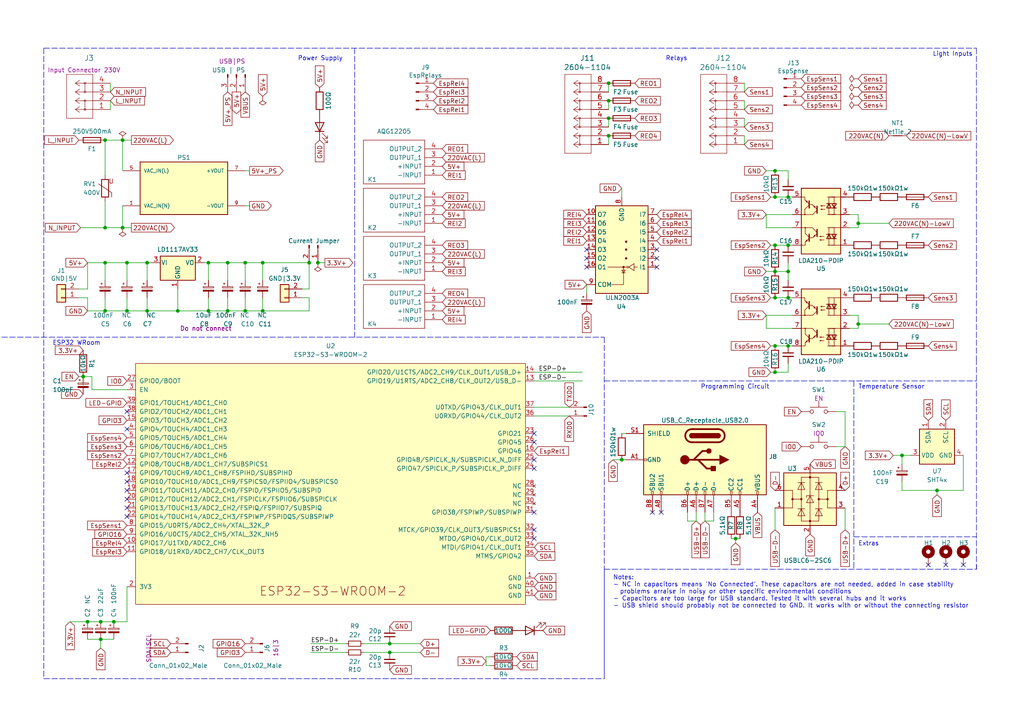
<source format=kicad_sch>
(kicad_sch (version 20211123) (generator eeschema)
  (paper "A4")
  (title_block (title "Home Assistant module for lights control") (date "2022-10-04") (rev "20221004.21"))
  (junction (at 224.79 78.74))
  (junction (at 228.6 57.15))
  (junction (at 24.13 109.22))
  (junction (at 224.79 49.53))
  (junction (at 228.6 78.74))
  (junction (at 29.21 185.42))
  (junction (at 180.34 133.35))
  (junction (at 113.03 186.69))
  (junction (at 224.79 71.12))
  (junction (at 30.48 76.2))
  (junction (at 248.92 93.98))
  (junction (at 248.92 64.77))
  (junction (at 60.452 90.17))
  (junction (at 36.83 90.17))
  (junction (at 113.03 189.23))
  (junction (at 33.02 180.34))
  (junction (at 176.53 29.21))
  (junction (at 51.562 90.17))
  (junction (at 30.48 66.04))
  (junction (at 271.78 142.24))
  (junction (at 92.202 76.2))
  (junction (at 60.452 76.2))
  (junction (at 36.83 76.2))
  (junction (at 71.12 76.2))
  (junction (at 25.4 180.34))
  (junction (at 66.04 90.17))
  (junction (at 224.79 100.33))
  (junction (at 176.53 34.29))
  (junction (at 176.53 24.13))
  (junction (at 71.12 90.17))
  (junction (at 35.56 66.04))
  (junction (at 176.53 39.37))
  (junction (at 224.79 57.15))
  (junction (at 224.79 86.36))
  (junction (at 213.36 156.21))
  (junction (at 35.56 40.64))
  (junction (at 224.79 107.95))
  (junction (at 30.48 90.17))
  (junction (at 29.21 180.34))
  (junction (at 76.2 76.2))
  (junction (at 261.62 132.08))
  (junction (at 228.6 71.12))
  (junction (at 42.672 76.2))
  (junction (at 89.662 76.2))
  (junction (at 42.672 90.17))
  (junction (at 66.04 76.2))
  (junction (at 30.48 40.64))
  (junction (at 228.6 100.33))
  (junction (at 228.6 86.36))
  (junction (at 76.2 90.17))
  (no_connect (at 170.18 74.93))
  (no_connect (at 279.4 163.83))
  (no_connect (at 170.18 72.39))
  (no_connect (at 189.23 148.59))
  (no_connect (at 191.77 148.59))
  (no_connect (at 274.32 163.83))
  (no_connect (at 36.83 137.16))
  (no_connect (at 170.18 77.47))
  (no_connect (at 154.94 156.21))
  (no_connect (at 154.94 135.89))
  (no_connect (at 154.94 153.67))
  (no_connect (at 154.94 148.59))
  (no_connect (at 154.94 128.27))
  (no_connect (at 154.94 125.73))
  (no_connect (at 154.94 133.35))
  (no_connect (at 36.83 119.38))
  (no_connect (at 36.83 142.24))
  (no_connect (at 36.83 139.7))
  (no_connect (at 36.83 144.78))
  (no_connect (at 36.83 147.32))
  (no_connect (at 36.83 149.86))
  (no_connect (at 36.83 124.46))
  (no_connect (at 190.5 77.47))
  (no_connect (at 190.5 72.39))
  (no_connect (at 269.24 163.83))
  (no_connect (at 190.5 74.93))
  (wire (pts (xy 245.11 119.38) (xy 245.11 129.54)))
  (wire (pts (xy 29.21 185.42) (xy 25.4 185.42)))
  (wire (pts (xy 261.62 132.08) (xy 264.16 132.08)))
  (wire (pts (xy 259.08 132.08) (xy 261.62 132.08)))
  (wire (pts (xy 279.4 132.08) (xy 279.4 142.24)))
  (wire (pts (xy 224.79 71.12) (xy 228.6 71.12)))
  (wire (pts (xy 66.04 86.36) (xy 66.04 90.17)))
  (wire (pts (xy 199.39 148.59) (xy 199.39 151.13)))
  (wire (pts (xy 25.4 83.82) (xy 22.86 83.82)))
  (wire (pts (xy 25.4 76.2) (xy 25.4 83.82)))
  (wire (pts (xy 215.9 39.37) (xy 215.9 41.91)))
  (wire (pts (xy 248.92 93.98) (xy 248.92 95.25)))
  (wire (pts (xy 30.48 40.64) (xy 35.56 40.64)))
  (wire (pts (xy 242.57 129.54) (xy 245.11 129.54)))
  (wire (pts (xy 66.04 76.2) (xy 71.12 76.2)))
  (wire (pts (xy 32.004 31.75) (xy 32.004 29.21)))
  (wire (pts (xy 228.6 86.36) (xy 229.87 86.36)))
  (wire (pts (xy 204.47 151.13) (xy 207.01 151.13)))
  (wire (pts (xy 24.13 109.22) (xy 24.13 111.76)))
  (wire (pts (xy 154.94 110.49) (xy 168.91 110.49)))
  (wire (pts (xy 105.41 186.69) (xy 113.03 186.69)))
  (polyline (pts (xy 283.21 13.97) (xy 283.21 104.14)))
  (wire (pts (xy 207.01 151.13) (xy 207.01 148.59)))
  (wire (pts (xy 30.48 50.8) (xy 30.48 40.64)))
  (wire (pts (xy 224.79 49.53) (xy 228.6 49.53)))
  (wire (pts (xy 60.452 76.2) (xy 66.04 76.2)))
  (wire (pts (xy 36.83 90.17) (xy 42.672 90.17)))
  (wire (pts (xy 213.36 156.21) (xy 214.63 156.21)))
  (wire (pts (xy 248.92 64.77) (xy 257.81 64.77)))
  (wire (pts (xy 25.4 90.17) (xy 30.48 90.17)))
  (wire (pts (xy 33.02 180.34) (xy 36.83 180.34)))
  (polyline (pts (xy 247.65 110.49) (xy 247.65 165.1)))
  (wire (pts (xy 36.83 76.2) (xy 36.83 81.28)))
  (wire (pts (xy 223.52 57.15) (xy 224.79 57.15)))
  (polyline (pts (xy 175.26 97.79) (xy 175.26 196.85)))
  (wire (pts (xy 261.62 142.24) (xy 271.78 142.24)))
  (polyline (pts (xy 283.21 165.1) (xy 283.21 163.83)))
  (wire (pts (xy 177.8 133.35) (xy 180.34 133.35)))
  (wire (pts (xy 113.03 186.69) (xy 121.92 186.69)))
  (wire (pts (xy 36.83 113.03) (xy 26.67 113.03)))
  (wire (pts (xy 30.48 58.42) (xy 30.48 66.04)))
  (wire (pts (xy 224.79 78.74) (xy 228.6 78.74)))
  (wire (pts (xy 228.6 107.95) (xy 224.79 107.95)))
  (wire (pts (xy 228.6 76.2) (xy 228.6 78.74)))
  (wire (pts (xy 180.34 125.73) (xy 181.61 125.73)))
  (wire (pts (xy 248.92 62.23) (xy 248.92 64.77)))
  (wire (pts (xy 223.52 107.95) (xy 224.79 107.95)))
  (polyline (pts (xy 175.26 110.49) (xy 283.21 110.49)))
  (polyline (pts (xy 247.65 155.702) (xy 283.21 155.702)))
  (wire (pts (xy 213.36 156.21) (xy 213.36 157.48)))
  (wire (pts (xy 22.86 109.22) (xy 24.13 109.22)))
  (wire (pts (xy 71.12 76.2) (xy 71.12 81.28)))
  (wire (pts (xy 25.4 86.36) (xy 25.4 90.17)))
  (wire (pts (xy 271.78 142.24) (xy 271.78 143.51)))
  (wire (pts (xy 30.48 90.17) (xy 36.83 90.17)))
  (wire (pts (xy 279.4 142.24) (xy 271.78 142.24)))
  (wire (pts (xy 222.25 62.23) (xy 229.87 62.23)))
  (wire (pts (xy 261.62 139.7) (xy 261.62 142.24)))
  (wire (pts (xy 76.2 76.2) (xy 76.2 81.28)))
  (wire (pts (xy 76.2 90.17) (xy 89.662 90.17)))
  (polyline (pts (xy 201.93 13.97) (xy 200.66 13.97)))
  (wire (pts (xy 26.67 113.03) (xy 26.67 109.22)))
  (wire (pts (xy 224.79 147.32) (xy 224.79 153.67)))
  (wire (pts (xy 35.56 40.64) (xy 35.56 49.53)))
  (wire (pts (xy 245.11 153.67) (xy 245.11 147.32)))
  (wire (pts (xy 212.09 156.21) (xy 213.36 156.21)))
  (wire (pts (xy 29.21 180.34) (xy 33.02 180.34)))
  (wire (pts (xy 228.6 49.53) (xy 228.6 52.07)))
  (wire (pts (xy 20.32 180.34) (xy 25.4 180.34)))
  (wire (pts (xy 248.92 66.04) (xy 246.38 66.04)))
  (wire (pts (xy 215.9 24.13) (xy 215.9 26.67)))
  (wire (pts (xy 42.672 76.2) (xy 43.942 76.2)))
  (wire (pts (xy 89.662 86.36) (xy 89.662 90.17)))
  (wire (pts (xy 76.2 86.36) (xy 76.2 90.17)))
  (wire (pts (xy 25.4 180.34) (xy 29.21 180.34)))
  (wire (pts (xy 224.79 57.15) (xy 228.6 57.15)))
  (wire (pts (xy 36.83 76.2) (xy 42.672 76.2)))
  (wire (pts (xy 222.25 49.53) (xy 224.79 49.53)))
  (wire (pts (xy 176.53 34.29) (xy 176.53 36.83)))
  (wire (pts (xy 176.53 24.13) (xy 176.53 26.67)))
  (wire (pts (xy 248.92 91.44) (xy 248.92 93.98)))
  (wire (pts (xy 42.672 86.36) (xy 42.672 90.17)))
  (wire (pts (xy 228.6 105.41) (xy 228.6 107.95)))
  (wire (pts (xy 51.562 90.17) (xy 60.452 90.17)))
  (wire (pts (xy 223.52 71.12) (xy 224.79 71.12)))
  (wire (pts (xy 30.48 76.2) (xy 36.83 76.2)))
  (wire (pts (xy 29.21 185.42) (xy 29.21 187.96)))
  (wire (pts (xy 222.25 91.44) (xy 222.25 95.25)))
  (wire (pts (xy 30.48 76.2) (xy 30.48 81.28)))
  (wire (pts (xy 154.94 118.11) (xy 165.1 118.11)))
  (wire (pts (xy 71.12 49.53) (xy 72.39 49.53)))
  (wire (pts (xy 60.452 86.36) (xy 60.452 90.17)))
  (wire (pts (xy 89.662 83.82) (xy 89.662 76.2)))
  (polyline (pts (xy 12.7 196.85) (xy 175.26 196.85)))
  (wire (pts (xy 154.94 107.95) (xy 168.91 107.95)))
  (wire (pts (xy 248.92 95.25) (xy 246.38 95.25)))
  (wire (pts (xy 228.6 78.74) (xy 228.6 81.28)))
  (wire (pts (xy 248.92 64.77) (xy 248.92 66.04)))
  (polyline (pts (xy -17.78 97.79) (xy 175.26 97.79)))
  (wire (pts (xy 32.004 24.13) (xy 32.004 26.67)))
  (wire (pts (xy 222.25 66.04) (xy 229.87 66.04)))
  (wire (pts (xy 222.25 78.74) (xy 224.79 78.74)))
  (wire (pts (xy 42.672 76.2) (xy 42.672 81.28)))
  (wire (pts (xy 71.12 90.17) (xy 76.2 90.17)))
  (wire (pts (xy 90.17 189.23) (xy 100.33 189.23)))
  (wire (pts (xy 257.81 93.98) (xy 248.92 93.98)))
  (wire (pts (xy 25.4 76.2) (xy 30.48 76.2)))
  (wire (pts (xy 170.18 82.55) (xy 170.18 85.09)))
  (wire (pts (xy 201.93 148.59) (xy 201.93 151.13)))
  (wire (pts (xy 215.9 29.21) (xy 215.9 31.75)))
  (wire (pts (xy 36.83 86.36) (xy 36.83 90.17)))
  (wire (pts (xy 42.672 90.17) (xy 51.562 90.17)))
  (wire (pts (xy 261.62 132.08) (xy 261.62 134.62)))
  (wire (pts (xy 66.04 90.17) (xy 71.12 90.17)))
  (wire (pts (xy 105.41 189.23) (xy 113.03 189.23)))
  (wire (pts (xy 87.63 86.36) (xy 89.662 86.36)))
  (polyline (pts (xy 12.7 13.97) (xy 12.7 196.85)))
  (polyline (pts (xy 102.87 13.97) (xy 102.87 97.79)))
  (wire (pts (xy 222.25 91.44) (xy 229.87 91.44)))
  (wire (pts (xy 242.57 119.38) (xy 245.11 119.38)))
  (wire (pts (xy 228.6 100.33) (xy 229.87 100.33)))
  (wire (pts (xy 92.202 76.2) (xy 94.234 76.2)))
  (polyline (pts (xy 175.26 196.85) (xy 175.26 165.1)))
  (wire (pts (xy 35.56 40.64) (xy 38.1 40.64)))
  (wire (pts (xy 76.2 76.2) (xy 89.662 76.2)))
  (wire (pts (xy 140.97 190.5) (xy 140.97 193.04)))
  (wire (pts (xy 223.52 86.36) (xy 224.79 86.36)))
  (wire (pts (xy 60.452 90.17) (xy 66.04 90.17)))
  (wire (pts (xy 142.24 190.5) (xy 140.97 190.5)))
  (wire (pts (xy 26.67 109.22) (xy 24.13 109.22)))
  (wire (pts (xy 71.12 86.36) (xy 71.12 90.17)))
  (wire (pts (xy 228.6 57.15) (xy 229.87 57.15)))
  (wire (pts (xy 60.452 76.2) (xy 60.452 81.28)))
  (polyline (pts (xy 283.21 104.14) (xy 283.21 165.1)))
  (wire (pts (xy 23.368 66.04) (xy 30.48 66.04)))
  (wire (pts (xy 35.56 66.04) (xy 38.1 66.04)))
  (wire (pts (xy 90.17 186.69) (xy 100.33 186.69)))
  (wire (pts (xy 24.13 107.95) (xy 24.13 109.22)))
  (wire (pts (xy 51.562 83.82) (xy 51.562 90.17)))
  (wire (pts (xy 176.53 39.37) (xy 176.53 41.91)))
  (wire (pts (xy 180.34 54.61) (xy 180.34 57.15)))
  (wire (pts (xy 71.12 59.69) (xy 72.39 59.69)))
  (wire (pts (xy 204.47 148.59) (xy 204.47 151.13)))
  (wire (pts (xy 224.79 86.36) (xy 228.6 86.36)))
  (wire (pts (xy 35.56 66.04) (xy 35.56 59.69)))
  (wire (pts (xy 222.25 95.25) (xy 229.87 95.25)))
  (wire (pts (xy 33.02 185.42) (xy 29.21 185.42)))
  (wire (pts (xy 246.38 62.23) (xy 248.92 62.23)))
  (wire (pts (xy 66.04 76.2) (xy 66.04 81.28)))
  (wire (pts (xy 140.97 193.04) (xy 142.24 193.04)))
  (wire (pts (xy 87.63 83.82) (xy 89.662 83.82)))
  (wire (pts (xy 222.25 62.23) (xy 222.25 66.04)))
  (wire (pts (xy 224.79 100.33) (xy 228.6 100.33)))
  (wire (pts (xy 215.9 34.29) (xy 215.9 36.83)))
  (wire (pts (xy 36.83 170.18) (xy 36.83 180.34)))
  (wire (pts (xy 154.94 120.65) (xy 165.1 120.65)))
  (wire (pts (xy 71.12 76.2) (xy 76.2 76.2)))
  (wire (pts (xy 30.48 86.36) (xy 30.48 90.17)))
  (wire (pts (xy 199.39 151.13) (xy 201.93 151.13)))
  (wire (pts (xy 228.6 71.12) (xy 229.87 71.12)))
  (polyline (pts (xy 12.7 13.97) (xy 283.21 13.97)))
  (wire (pts (xy 113.03 189.23) (xy 121.92 189.23)))
  (wire (pts (xy 30.48 66.04) (xy 35.56 66.04)))
  (wire (pts (xy 176.53 29.21) (xy 176.53 31.75)))
  (wire (pts (xy 246.38 91.44) (xy 248.92 91.44)))
  (wire (pts (xy 180.34 133.35) (xy 181.61 133.35)))
  (wire (pts (xy 60.452 76.2) (xy 59.182 76.2)))
  (wire (pts (xy 22.86 86.36) (xy 25.4 86.36)))
  (wire (pts (xy 223.52 100.33) (xy 224.79 100.33)))
  (polyline (pts (xy 175.26 165.1) (xy 283.21 165.1)))
  (text "Programming Circuit" (at 203.2 113.03 0) (effects (font (size 1.27 1.27)) (justify left bottom)))
  (text "Relays" (at 193.04 17.78 0) (effects (font (size 1.27 1.27)) (justify left bottom)))
  (text "Temperature Sensor" (at 248.92 113.03 0) (effects (font (size 1.27 1.27)) (justify left bottom)))
  (text "Power Supply" (at 86.36 17.78 0) (effects (font (size 1.27 1.27)) (justify left bottom)))
  (text "Extras" (at 248.92 158.496 0) (effects (font (size 1.27 1.27)) (justify left bottom)))
  (text "ESP32 WRoom" (at 15.24 100.33 0) (effects (font (size 1.27 1.27)) (justify left bottom)))
  (text "Notes:\n- NC in capacitors means 'No Connected'. These capacitors are not needed, added in case stability \n  problems arraise in noisy or other specific environmental conditions\n- Capacitors are too large for USB standard. Tested it with several hubs and it works\n- USB shield should probably not be connected to GND. It works with or without the connecting resistor" (at 177.8 176.53 0) (effects (font (size 1.27 1.27)) (justify left bottom)))
  (text "Light Inputs" (at 270.51 16.51 0) (effects (font (size 1.27 1.27)) (justify left bottom)))
  (label "ESP-D+" (at 156.21 107.95 0))
  (label "ESP-D-" (at 156.21 110.49 0))
  (label "ESP-D-" (at 90.17 189.23 0))
  (label "ESP-D+" (at 90.17 186.69 0))
  (global_label "3.3V+" (shape input) (at 24.13 101.6 180) (property "Intersheet References" "${INTERSHEET_REFS}" (effects hide)))
  (global_label "GND" (shape input) (at 113.03 181.61 0) (property "Intersheet References" "${INTERSHEET_REFS}" (effects hide)))
  (global_label "EspRel2" (shape input) (at 125.73 29.21 0) (property "Intersheet References" "${INTERSHEET_REFS}" (effects hide)))
  (global_label "GND" (shape input) (at 154.94 167.64 0) (property "Intersheet References" "${INTERSHEET_REFS}" (effects hide)))
  (global_label "REI1" (shape input) (at 170.18 69.85 180) (property "Intersheet References" "${INTERSHEET_REFS}" (effects hide)))
  (global_label "GND" (shape input) (at 223.52 107.95 180) (property "Intersheet References" "${INTERSHEET_REFS}" (effects hide)))
  (global_label "220VAC(L)" (shape output) (at 38.1 40.64 0) (property "Intersheet References" "${INTERSHEET_REFS}" (effects hide)))
  (global_label "VBUS" (shape input) (at 71.12 26.67 270) (property "Intersheet References" "${INTERSHEET_REFS}" (effects hide)))
  (global_label "EN" (shape input) (at 22.86 109.22 180) (property "Intersheet References" "${INTERSHEET_REFS}" (effects hide)))
  (global_label "5V+" (shape input) (at 128.27 62.23 0) (property "Intersheet References" "${INTERSHEET_REFS}" (effects hide)))
  (global_label "220VAC(L)" (shape input) (at 128.27 87.63 0) (property "Intersheet References" "${INTERSHEET_REFS}" (effects hide)))
  (global_label "Sens4" (shape input) (at 248.92 30.48 0) (property "Intersheet References" "${INTERSHEET_REFS}" (effects hide)))
  (global_label "EspSens3" (shape input) (at 223.52 86.36 180) (property "Intersheet References" "${INTERSHEET_REFS}" (effects hide)))
  (global_label "5V+" (shape input) (at 128.27 90.17 0) (property "Intersheet References" "${INTERSHEET_REFS}" (effects hide)))
  (global_label "REO1" (shape input) (at 184.15 24.13 0) (property "Intersheet References" "${INTERSHEET_REFS}" (effects hide)))
  (global_label "SDA" (shape input) (at 49.53 189.23 180) (property "Intersheet References" "${INTERSHEET_REFS}" (effects hide)))
  (global_label "RXD0" (shape input) (at 165.1 120.65 270) (property "Intersheet References" "${INTERSHEET_REFS}" (effects hide)))
  (global_label "GND" (shape input) (at 24.13 114.3 180) (property "Intersheet References" "${INTERSHEET_REFS}" (effects hide)))
  (global_label "5V+_PS" (shape output) (at 72.39 49.53 0) (property "Intersheet References" "${INTERSHEET_REFS}" (effects hide)))
  (global_label "REO4" (shape input) (at 128.27 85.09 0) (property "Intersheet References" "${INTERSHEET_REFS}" (effects hide)))
  (global_label "GND" (shape input) (at 271.78 143.51 270) (property "Intersheet References" "${INTERSHEET_REFS}" (effects hide)))
  (global_label "220VAC(N)-LowV" (shape input) (at 257.81 93.98 0) (property "Intersheet References" "${INTERSHEET_REFS}" (effects hide)))
  (global_label "REI2" (shape input) (at 170.18 67.31 180) (property "Intersheet References" "${INTERSHEET_REFS}" (effects hide)))
  (global_label "220VAC(N)-LowV" (shape input) (at 262.89 39.37 0) (property "Intersheet References" "${INTERSHEET_REFS}" (effects hide)))
  (global_label "EspRel1" (shape input) (at 190.5 69.85 0) (property "Intersheet References" "${INTERSHEET_REFS}" (effects hide)))
  (global_label "USB-D+" (shape input) (at 245.11 153.67 270) (property "Intersheet References" "${INTERSHEET_REFS}" (effects hide)))
  (global_label "REO2" (shape input) (at 128.27 57.15 0) (property "Intersheet References" "${INTERSHEET_REFS}" (effects hide)))
  (global_label "SDA" (shape input) (at 269.24 121.92 90) (property "Intersheet References" "${INTERSHEET_REFS}" (effects hide)))
  (global_label "SDA" (shape input) (at 149.86 190.5 0) (property "Intersheet References" "${INTERSHEET_REFS}" (effects hide)))
  (global_label "SDA" (shape input) (at 154.94 161.29 0) (property "Intersheet References" "${INTERSHEET_REFS}" (effects hide)))
  (global_label "EspSens3" (shape input) (at 232.41 27.94 0) (property "Intersheet References" "${INTERSHEET_REFS}" (effects hide)))
  (global_label "D+" (shape input) (at 245.11 142.24 90) (property "Intersheet References" "${INTERSHEET_REFS}" (effects hide)))
  (global_label "REO1" (shape input) (at 128.27 43.18 0) (property "Intersheet References" "${INTERSHEET_REFS}" (effects hide)))
  (global_label "220VAC(N)" (shape input) (at 257.81 39.37 180) (property "Intersheet References" "${INTERSHEET_REFS}" (effects hide)))
  (global_label "EspSens1" (shape input) (at 232.41 22.86 0) (property "Intersheet References" "${INTERSHEET_REFS}" (effects hide)))
  (global_label "GND" (shape input) (at 245.11 129.54 270) (property "Intersheet References" "${INTERSHEET_REFS}" (effects hide)))
  (global_label "IO0" (shape input) (at 36.83 110.49 180) (property "Intersheet References" "${INTERSHEET_REFS}" (effects hide)))
  (global_label "Sens3" (shape input) (at 215.9 36.83 0) (property "Intersheet References" "${INTERSHEET_REFS}" (effects hide)))
  (global_label "USB-D+" (shape input) (at 201.93 151.13 270) (property "Intersheet References" "${INTERSHEET_REFS}" (effects hide)))
  (global_label "3.3V+" (shape input) (at 259.08 132.08 180) (property "Intersheet References" "${INTERSHEET_REFS}" (effects hide)))
  (global_label "GND" (shape input) (at 157.48 182.88 0) (property "Intersheet References" "${INTERSHEET_REFS}" (effects hide)))
  (global_label "LED-GPIO" (shape input) (at 142.24 182.88 180) (property "Intersheet References" "${INTERSHEET_REFS}" (effects hide)))
  (global_label "Sens1" (shape input) (at 215.9 26.67 0) (property "Intersheet References" "${INTERSHEET_REFS}" (effects hide)))
  (global_label "EspSens2" (shape input) (at 223.52 71.12 180) (property "Intersheet References" "${INTERSHEET_REFS}" (effects hide)))
  (global_label "5V+" (shape input) (at 25.4 76.2 180) (property "Intersheet References" "${INTERSHEET_REFS}" (effects hide)))
  (global_label "220VAC(L)" (shape input) (at 128.27 45.72 0) (property "Intersheet References" "${INTERSHEET_REFS}" (effects hide)))
  (global_label "GND" (shape input) (at 213.36 157.48 270) (property "Intersheet References" "${INTERSHEET_REFS}" (effects hide)))
  (global_label "D-" (shape input) (at 121.92 189.23 0) (property "Intersheet References" "${INTERSHEET_REFS}" (effects hide)))
  (global_label "GND" (shape output) (at 72.39 59.69 0) (property "Intersheet References" "${INTERSHEET_REFS}" (effects hide)))
  (global_label "REI3" (shape input) (at 128.27 78.74 0) (property "Intersheet References" "${INTERSHEET_REFS}" (effects hide)))
  (global_label "GND" (shape input) (at 25.4 90.17 180) (property "Intersheet References" "${INTERSHEET_REFS}" (effects hide)))
  (global_label "L_INPUT" (shape input) (at 22.86 40.64 180) (property "Intersheet References" "${INTERSHEET_REFS}" (effects hide)))
  (global_label "GND" (shape input) (at 113.03 194.31 0) (property "Intersheet References" "${INTERSHEET_REFS}" (effects hide)))
  (global_label "5V+" (shape input) (at 92.71 25.4 90) (property "Intersheet References" "${INTERSHEET_REFS}" (effects hide)))
  (global_label "5V+" (shape input) (at 170.18 82.55 180) (property "Intersheet References" "${INTERSHEET_REFS}" (effects hide)))
  (global_label "VBUS" (shape input) (at 234.95 134.62 0) (property "Intersheet References" "${INTERSHEET_REFS}" (effects hide)))
  (global_label "EspRel4" (shape input) (at 190.5 62.23 0) (property "Intersheet References" "${INTERSHEET_REFS}" (effects hide)))
  (global_label "5V+" (shape input) (at 128.27 76.2 0) (property "Intersheet References" "${INTERSHEET_REFS}" (effects hide)))
  (global_label "3.3V+" (shape input) (at 222.25 62.23 180) (property "Intersheet References" "${INTERSHEET_REFS}" (effects hide)))
  (global_label "EspRel3" (shape input) (at 125.73 26.67 0) (property "Intersheet References" "${INTERSHEET_REFS}" (effects hide)))
  (global_label "EspRel4" (shape input) (at 36.83 157.48 180) (property "Intersheet References" "${INTERSHEET_REFS}" (effects hide)))
  (global_label "SCL" (shape input) (at 49.53 186.69 180) (property "Intersheet References" "${INTERSHEET_REFS}" (effects hide)))
  (global_label "VBUS" (shape input) (at 219.71 148.59 270) (property "Intersheet References" "${INTERSHEET_REFS}" (effects hide)))
  (global_label "GND" (shape input) (at 222.25 78.74 180) (property "Intersheet References" "${INTERSHEET_REFS}" (effects hide)))
  (global_label "Sens3" (shape input) (at 269.24 86.36 0) (property "Intersheet References" "${INTERSHEET_REFS}" (effects hide)))
  (global_label "GND" (shape input) (at 154.94 170.18 0) (property "Intersheet References" "${INTERSHEET_REFS}" (effects hide)))
  (global_label "GND" (shape input) (at 154.94 172.72 0) (property "Intersheet References" "${INTERSHEET_REFS}" (effects hide)))
  (global_label "GND" (shape input) (at 29.21 187.96 270) (property "Intersheet References" "${INTERSHEET_REFS}" (effects hide)))
  (global_label "L_INPUT" (shape input) (at 32.004 29.21 0) (property "Intersheet References" "${INTERSHEET_REFS}" (effects hide)))
  (global_label "REO2" (shape input) (at 184.15 29.21 0) (property "Intersheet References" "${INTERSHEET_REFS}" (effects hide)))
  (global_label "EspRel2" (shape input) (at 190.5 67.31 0) (property "Intersheet References" "${INTERSHEET_REFS}" (effects hide)))
  (global_label "IO0" (shape input) (at 232.41 129.54 180) (property "Intersheet References" "${INTERSHEET_REFS}" (effects hide)))
  (global_label "GND" (shape input) (at 180.34 54.61 180) (property "Intersheet References" "${INTERSHEET_REFS}" (effects hide)))
  (global_label "EspRel1" (shape input) (at 154.94 130.81 0) (property "Intersheet References" "${INTERSHEET_REFS}" (effects hide)))
  (global_label "EspSens1" (shape input) (at 223.52 57.15 180) (property "Intersheet References" "${INTERSHEET_REFS}" (effects hide)))
  (global_label "3.3V+" (shape output) (at 94.234 76.2 0) (property "Intersheet References" "${INTERSHEET_REFS}" (effects hide)))
  (global_label "REI3" (shape input) (at 170.18 64.77 180) (property "Intersheet References" "${INTERSHEET_REFS}" (effects hide)))
  (global_label "EspSens2" (shape input) (at 232.41 25.4 0) (property "Intersheet References" "${INTERSHEET_REFS}" (effects hide)))
  (global_label "SCL" (shape input) (at 149.86 193.04 0) (property "Intersheet References" "${INTERSHEET_REFS}" (effects hide)))
  (global_label "5V+_PS" (shape input) (at 66.04 26.67 270) (property "Intersheet References" "${INTERSHEET_REFS}" (effects hide)))
  (global_label "Sens4" (shape input) (at 215.9 41.91 0) (property "Intersheet References" "${INTERSHEET_REFS}" (effects hide)))
  (global_label "3.3V+" (shape input) (at 140.97 191.77 180) (property "Intersheet References" "${INTERSHEET_REFS}" (effects hide)))
  (global_label "3.3V+" (shape input) (at 20.32 180.34 270) (property "Intersheet References" "${INTERSHEET_REFS}" (effects hide)))
  (global_label "3.3V+" (shape input) (at 222.25 91.44 180) (property "Intersheet References" "${INTERSHEET_REFS}" (effects hide)))
  (global_label "220VAC(L)" (shape input) (at 128.27 59.69 0) (property "Intersheet References" "${INTERSHEET_REFS}" (effects hide)))
  (global_label "5V+" (shape input) (at 76.2 27.94 90) (property "Intersheet References" "${INTERSHEET_REFS}" (effects hide)))
  (global_label "GND" (shape input) (at 92.71 40.64 270) (property "Intersheet References" "${INTERSHEET_REFS}" (effects hide)))
  (global_label "GPIO16" (shape input) (at 36.83 154.94 180) (property "Intersheet References" "${INTERSHEET_REFS}" (effects hide)))
  (global_label "EspRel3" (shape input) (at 190.5 64.77 0) (property "Intersheet References" "${INTERSHEET_REFS}" (effects hide)))
  (global_label "Sens1" (shape input) (at 269.24 57.15 0) (property "Intersheet References" "${INTERSHEET_REFS}" (effects hide)))
  (global_label "EN" (shape input) (at 232.41 119.38 180) (property "Intersheet References" "${INTERSHEET_REFS}" (effects hide)))
  (global_label "5V+" (shape input) (at 128.27 48.26 0) (property "Intersheet References" "${INTERSHEET_REFS}" (effects hide)))
  (global_label "REO4" (shape input) (at 184.15 39.37 0) (property "Intersheet References" "${INTERSHEET_REFS}" (effects hide)))
  (global_label "GPIO3" (shape input) (at 71.12 189.23 180) (property "Intersheet References" "${INTERSHEET_REFS}" (effects hide)))
  (global_label "EspSens3" (shape input) (at 36.83 129.54 180) (property "Intersheet References" "${INTERSHEET_REFS}" (effects hide)))
  (global_label "REO3" (shape input) (at 184.15 34.29 0) (property "Intersheet References" "${INTERSHEET_REFS}" (effects hide)))
  (global_label "USB-D-" (shape input) (at 204.47 151.13 270) (property "Intersheet References" "${INTERSHEET_REFS}" (effects hide)))
  (global_label "REI1" (shape input) (at 128.27 50.8 0) (property "Intersheet References" "${INTERSHEET_REFS}" (effects hide)))
  (global_label "5V+" (shape output) (at 68.58 26.67 270) (property "Intersheet References" "${INTERSHEET_REFS}" (effects hide)))
  (global_label "GND" (shape input) (at 222.25 49.53 180) (property "Intersheet References" "${INTERSHEET_REFS}" (effects hide)))
  (global_label "D+" (shape input) (at 121.92 186.69 0) (property "Intersheet References" "${INTERSHEET_REFS}" (effects hide)))
  (global_label "TXD0" (shape input) (at 165.1 118.11 90) (property "Intersheet References" "${INTERSHEET_REFS}" (effects hide)))
  (global_label "220VAC(N)" (shape output) (at 38.1 66.04 0) (property "Intersheet References" "${INTERSHEET_REFS}" (effects hide)))
  (global_label "GND" (shape input) (at 234.95 154.94 270) (property "Intersheet References" "${INTERSHEET_REFS}" (effects hide)))
  (global_label "USB-D-" (shape input) (at 224.79 153.67 270) (property "Intersheet References" "${INTERSHEET_REFS}" (effects hide)))
  (global_label "Sens2" (shape input) (at 215.9 31.75 0) (property "Intersheet References" "${INTERSHEET_REFS}" (effects hide)))
  (global_label "EspSens4" (shape input) (at 232.41 30.48 0) (property "Intersheet References" "${INTERSHEET_REFS}" (effects hide)))
  (global_label "Sens2" (shape input) (at 248.92 25.4 0) (property "Intersheet References" "${INTERSHEET_REFS}" (effects hide)))
  (global_label "D-" (shape input) (at 224.79 142.24 90) (property "Intersheet References" "${INTERSHEET_REFS}" (effects hide)))
  (global_label "LED-GPIO" (shape input) (at 36.83 116.84 180) (property "Intersheet References" "${INTERSHEET_REFS}" (effects hide)))
  (global_label "Sens4" (shape input) (at 269.24 100.33 0) (property "Intersheet References" "${INTERSHEET_REFS}" (effects hide)))
  (global_label "N_INPUT" (shape input) (at 32.004 26.67 0) (property "Intersheet References" "${INTERSHEET_REFS}" (effects hide)))
  (global_label "GND" (shape input) (at 177.8 133.35 270) (property "Intersheet References" "${INTERSHEET_REFS}" (effects hide)))
  (global_label "REI2" (shape input) (at 128.27 64.77 0) (property "Intersheet References" "${INTERSHEET_REFS}" (effects hide)))
  (global_label "SCL" (shape input) (at 154.94 158.75 0) (property "Intersheet References" "${INTERSHEET_REFS}" (effects hide)))
  (global_label "REI4" (shape input) (at 170.18 62.23 180) (property "Intersheet References" "${INTERSHEET_REFS}" (effects hide)))
  (global_label "EspRel1" (shape input) (at 125.73 31.75 0) (property "Intersheet References" "${INTERSHEET_REFS}" (effects hide)))
  (global_label "EspRel2" (shape input) (at 36.83 134.62 180) (property "Intersheet References" "${INTERSHEET_REFS}" (effects hide)))
  (global_label "Sens3" (shape input) (at 248.92 27.94 0) (property "Intersheet References" "${INTERSHEET_REFS}" (effects hide)))
  (global_label "220VAC(N)-LowV" (shape input) (at 257.81 64.77 0) (property "Intersheet References" "${INTERSHEET_REFS}" (effects hide)))
  (global_label "220VAC(L)" (shape input) (at 128.27 73.66 0) (property "Intersheet References" "${INTERSHEET_REFS}" (effects hide)))
  (global_label "EspSens4" (shape input) (at 36.83 127 180) (property "Intersheet References" "${INTERSHEET_REFS}" (effects hide)))
  (global_label "EspSens2" (shape input) (at 36.83 132.08 180) (property "Intersheet References" "${INTERSHEET_REFS}" (effects hide)))
  (global_label "N_INPUT" (shape input) (at 23.368 66.04 180) (property "Intersheet References" "${INTERSHEET_REFS}" (effects hide)))
  (global_label "EspRel3" (shape input) (at 36.83 160.02 180) (property "Intersheet References" "${INTERSHEET_REFS}" (effects hide)))
  (global_label "REI4" (shape input) (at 128.27 92.71 0) (property "Intersheet References" "${INTERSHEET_REFS}" (effects hide)))
  (global_label "GND" (shape input) (at 170.18 90.17 270) (property "Intersheet References" "${INTERSHEET_REFS}" (effects hide)))
  (global_label "EspSens1" (shape input) (at 36.83 152.4 180) (property "Intersheet References" "${INTERSHEET_REFS}" (effects hide)))
  (global_label "Sens2" (shape input) (at 269.24 71.12 0) (property "Intersheet References" "${INTERSHEET_REFS}" (effects hide)))
  (global_label "SCL" (shape input) (at 274.32 121.92 90) (property "Intersheet References" "${INTERSHEET_REFS}" (effects hide)))
  (global_label "EspRel4" (shape input) (at 125.73 24.13 0) (property "Intersheet References" "${INTERSHEET_REFS}" (effects hide)))
  (global_label "REO3" (shape input) (at 128.27 71.12 0) (property "Intersheet References" "${INTERSHEET_REFS}" (effects hide)))
  (global_label "EspSens4" (shape input) (at 223.52 100.33 180) (property "Intersheet References" "${INTERSHEET_REFS}" (effects hide)))
  (global_label "GPIO16" (shape input) (at 71.12 186.69 180) (property "Intersheet References" "${INTERSHEET_REFS}" (effects hide)))
  (global_label "Sens1" (shape input) (at 248.92 22.86 0) (property "Intersheet References" "${INTERSHEET_REFS}" (effects hide)))
  (global_label "GPIO3" (shape input) (at 36.83 121.92 180) (property "Intersheet References" "${INTERSHEET_REFS}" (effects hide)))
  (symbol (lib_id "power:PWR_FLAG") (at 248.92 30.48 90) (unit 1)
    (property "Reference" "#FLG08" (effects hide))
    (property "Value" "PWR_FLAG" (effects hide))
  )
  (symbol (lib_id "Device:R") (at 250.19 71.12 270) (unit 1)
    (property "Reference" "R18" (effects hide))
    (property "Value" "150kΩ1w" (at 250.19 73.66 90))
    (property "Footprint" "Resistor_SMD:R_2512_6332Metric_Pad1.40x3.35mm_HandSolder" (effects hide))
    (property "JLCPCB" "C25719" (effects hide))
  )
  (symbol (lib_id "power:PWR_FLAG") (at 248.92 27.94 90) (unit 1)
    (property "Reference" "#FLG07" (effects hide))
    (property "Value" "PWR_FLAG" (effects hide))
  )
  (symbol (lib_id "power:PWR_FLAG") (at 248.92 25.4 90) (unit 1)
    (property "Reference" "#FLG06" (effects hide))
    (property "Value" "PWR_FLAG" (effects hide))
  )
  (symbol (lib_id "power:PWR_FLAG") (at 248.92 22.86 90) (unit 1)
    (property "Reference" "#FLG05" (effects hide))
    (property "Value" "PWR_FLAG" (effects hide))
  )
  (symbol (lib_id "Transistor_Array:ULN2003A") (at 180.34 72.39 180) (unit 1)
    (property "Reference" "U4" (at 181.61 88.9 0) (effects (justify left)))
    (property "Value" "ULN2003A" (at 185.42 86.36 0) (effects (justify left)))
    (property "Footprint" "Package_SO:SOIC-16_3.9x9.9mm_P1.27mm" (effects hide))
    (property "Datasheet" "http://www.ti.com/lit/ds/symlink/uln2003a.pdf" (effects hide))
    (property "JLCPCB" "C7512" (effects hide))
  )
  (symbol (lib_id "Device:R") (at 250.19 57.15 270) (unit 1)
    (property "Reference" "R17" (effects hide))
    (property "Value" "150kΩ1w" (at 250.19 54.61 90))
    (property "Footprint" "Resistor_SMD:R_2512_6332Metric_Pad1.40x3.35mm_HandSolder" (effects hide))
    (property "JLCPCB" "C25719" (effects hide))
  )
  (symbol (lib_id "Device:Fuse") (at 26.67 40.64 90) (unit 1)
    (property "Reference" "F1" (at 26.67 43.18 90))
    (property "Value" "250V500mA" (at 26.67 38.1 90))
    (property "Footprint" "Fuse:Fuseholder_TR5_Littelfuse_No560_No460" (effects hide))
  )
  (symbol (lib_id "Device:Varistor") (at 30.48 54.61 180) (unit 1)
    (property "Reference" "RV1" (at 24.13 53.34 0) (effects (justify right)))
    (property "Value" "400V" (at 24.13 55.88 0) (effects (justify right)))
    (property "Footprint" "Varistor:RV_Disc_D12mm_W4.2mm_P7.5mm" (effects hide))
  )
  (symbol (lib_id "Regulator_Linear:LD1117S33TR_SOT223") (at 51.562 76.2 0) (unit 1)
    (property "Reference" "U1" (effects hide))
    (property "Value" "LD1117AV33" (at 51.562 72.3646 0))
    (property "Footprint" "Package_TO_SOT_THT:TO-220-3_Vertical" (effects hide))
    (property "Datasheet" "http://www.st.com/st-web-ui/static/active/en/resource/technical/document/datasheet/CD00000544.pdf" (effects hide))
  )
  (symbol (lib_id "Connector_Generic:Conn_01x02") (at 17.78 86.36 180) (unit 1)
    (property "Reference" "J1" (at 17.78 78.486 0))
    (property "Value" "GND|5V" (at 18.542 80.772 0))
    (property "Footprint" "Connector_JST:JST_XH_B2B-XH-A_1x02_P2.50mm_Vertical" (effects hide))
  )
  (symbol (lib_id "RAC05-05SK_277:RAC05-05SK{slash}277") (at 53.34 54.61 0) (unit 1)
    (property "Reference" "PS1" (at 53.34 45.72 0))
    (property "Value" "RAC05-05SK/277" (effects hide))
    (property "Footprint" "rac05-05sk:277" (effects hide))
    (property "STANDARD" "Manufacturer Recommendations" (effects hide))
    (property "MAXIMUM_PACKAGE_HEIGHT" "21.8mm" (effects hide))
    (property "MANUFACTURER" "RECOM" (effects hide))
    (property "PARTREV" "N/A" (effects hide))
  )
  (symbol (lib_id "Device:C_Polarized_Small") (at 60.452 83.82 0) (unit 1)
    (property "Reference" "C8" (at 57.912 93.98 0) (effects (justify left)))
    (property "Value" "10uF" (at 56.642 91.44 0) (effects (justify left)))
    (property "Footprint" "Capacitor_THT:CP_Radial_D6.3mm_P2.50mm" (effects hide))
    (property "Field4" "Do not connect" (at 59.69 95.25 0))
  )
  (symbol (lib_id "Connector_Generic:Conn_01x02") (at 82.55 86.36 180) (unit 1)
    (property "Reference" "J5" (at 82.55 78.232 0))
    (property "Value" "GND|3.3V" (at 82.55 80.772 0))
    (property "Footprint" "Connector_JST:JST_XH_B2B-XH-A_1x02_P2.50mm_Vertical" (effects hide))
  )
  (symbol (lib_id "Connector:Conn_01x02_Male") (at 92.202 71.12 270) (unit 1)
    (property "Reference" "J7" (effects hide))
    (property "Value" "Current Jumper" (at 98.552 69.85 90) (effects (justify right)))
    (property "Footprint" "Connector_PinHeader_2.54mm:PinHeader_1x02_P2.54mm_Vertical" (effects hide))
  )
  (symbol (lib_id "Device:R") (at 257.81 71.12 270) (unit 1)
    (property "Reference" "R22" (effects hide))
    (property "Value" "150kΩ1w" (at 259.08 73.66 90))
    (property "Footprint" "Resistor_SMD:R_2512_6332Metric_Pad1.40x3.35mm_HandSolder" (effects hide))
    (property "JLCPCB" "C25719" (effects hide))
  )
  (symbol (lib_id "Device:R") (at 257.81 57.15 270) (unit 1)
    (property "Reference" "R21" (effects hide))
    (property "Value" "150kΩ1w" (at 259.08 54.61 90))
    (property "Footprint" "Resistor_SMD:R_2512_6332Metric_Pad1.40x3.35mm_HandSolder" (effects hide))
    (property "JLCPCB" "C25719" (effects hide))
  )
  (symbol (lib_id "Device:C_Polarized_Small") (at 42.672 83.82 0) (unit 1)
    (property "Reference" "C7" (at 41.402 93.98 0) (effects (justify left)))
    (property "Value" "NC" (at 45.212 91.44 0) (effects (justify right)))
    (property "Footprint" "Capacitor_SMD:C_0805_2012Metric_Pad1.18x1.45mm_HandSolder" (effects hide))
    (property "Datasheet" "https://www.distrelec.ch/en/ceramic-capacitor-100nf-50vdc-0805-rnd-components-rnd-1500805b104j500nt/p/30086635?q=smd+capacitor+&pos=5&origPos=990&origPageSize=50&track=true" (effects hide))
  )
  (symbol (lib_id "Device:C_Polarized_Small") (at 170.18 87.63 0) (unit 1)
    (property "Reference" "C14" (effects hide))
    (property "Value" "100nF" (at 167.64 87.63 0) (effects (justify right)))
    (property "Footprint" "Capacitor_SMD:C_0603_1608Metric_Pad1.08x0.95mm_HandSolder" (effects hide))
    (property "Datasheet" "https://www.distrelec.ch/en/ceramic-capacitor-100nf-50vdc-0805-rnd-components-rnd-1500805b104j500nt/p/30086635?q=smd+capacitor+&pos=5&origPos=990&origPageSize=50&track=true" (effects hide))
    (property "JLCPCB" "C14663" (effects hide))
  )
  (symbol (lib_id "wago-2604-1104:2604-1104") (at 205.74 31.75 180) (unit 1)
    (property "Reference" "J12" (at 209.7532 16.8402 0) (effects (font (size 1.524 1.524))))
    (property "Value" "2604-1104" (at 209.7532 19.5326 0) (effects (font (size 1.524 1.524))))
    (property "Footprint" "wago-2604-1104:big_pads_2604-1104" (effects hide))
  )
  (symbol (lib_id "wago-2604-1104:2604-1104") (at 166.37 31.75 180) (unit 1)
    (property "Reference" "J11" (at 170.3832 16.8402 0) (effects (font (size 1.524 1.524))))
    (property "Value" "2604-1104" (at 170.3832 19.5326 0) (effects (font (size 1.524 1.524))))
    (property "Footprint" "wago-2604-1104:big_pads_2604-1104" (effects hide))
  )
  (symbol (lib_id "power:PWR_FLAG") (at 35.56 66.04 180) (unit 1)
    (property "Reference" "#FLG02" (effects hide))
    (property "Value" "PWR_FLAG" (effects hide))
  )
  (symbol (lib_id "wago-2604-1102:2604-1102") (at 21.844 26.67 180) (unit 1)
    (property "Reference" "J3" (at 25.8572 16.8402 0) (effects (font (size 1.524 1.524))))
    (property "Value" "2604-1102" (effects hide))
    (property "Footprint" "wago-2604-1102:big_pads_2604-1102" (effects hide))
    (property "Text" "Input Connector 230V" (at 24.384 20.32 0))
  )
  (symbol (lib_id "power:PWR_FLAG") (at 35.56 40.64 0) (unit 1)
    (property "Reference" "#FLG01" (effects hide))
    (property "Value" "PWR_FLAG" (effects hide))
  )
  (symbol (lib_id "power:PWR_FLAG") (at 92.202 76.2 180) (unit 1)
    (property "Reference" "#FLG04" (effects hide))
    (property "Value" "PWR_FLAG" (effects hide))
  )
  (symbol (lib_id "Device:R") (at 92.71 29.21 180) (unit 1)
    (property "Reference" "R5" (effects hide))
    (property "Value" "100Ω" (at 95.25 29.21 90))
    (property "Footprint" "Resistor_SMD:R_0805_2012Metric_Pad1.20x1.40mm_HandSolder" (effects hide))
    (property "Datasheet" "https://www.distrelec.ch/en/high-power-thick-film-smd-resistor-0805-150ohm-330mw-rnd-components-rnd-155hp05w3f1500t5e/p/30111774?q=*&pos=2&origPos=1787&origPageSize=50&track=true" (effects hide))
    (property "JLCPCB" "C17408" (effects hide))
  )
  (symbol (lib_id "Device:C_Polarized_Small") (at 66.04 83.82 0) (unit 1)
    (property "Reference" "C9" (at 64.77 93.98 0) (effects (justify left)))
    (property "Value" "100nF" (at 68.58 91.44 0) (effects (justify right)))
    (property "Footprint" "Capacitor_SMD:C_0603_1608Metric_Pad1.08x0.95mm_HandSolder" (effects hide))
    (property "Datasheet" "https://www.distrelec.ch/en/ceramic-capacitor-100nf-50vdc-0805-rnd-components-rnd-1500805b104j500nt/p/30086635?q=smd+capacitor+&pos=5&origPos=990&origPageSize=50&track=true" (effects hide))
    (property "JLCPCB" "C14663" (effects hide))
  )
  (symbol (lib_id "Device:LED") (at 92.71 36.83 90) (unit 1)
    (property "Reference" "D2" (effects hide))
    (property "Value" "LED" (effects hide))
    (property "Footprint" "LED_SMD:LED_0805_2012Metric_Pad1.15x1.40mm_HandSolder" (effects hide))
    (property "Datasheet" "https://www.distrelec.ch/en/smd-led-green-575nm-20ma-2v-140-everlight-electronics-17-21sygc-s530-e1-tr8/p/17531205?q=*&pos=9&origPos=371&origPageSize=50&track=true" (effects hide))
    (property "JLCPCB" "C2297" (effects hide))
  )
  (symbol (lib_id "Mechanical:MountingHole_Pad") (at 269.24 161.29 0) (unit 1)
    (property "Reference" "H1" (at 267.97 157.48 0) (effects (justify left)))
    (property "Value" "MountingHole_Pad" (effects hide))
    (property "Footprint" "MountingHole:MountingHole_3.2mm_M3_ISO14580_Pad" (effects hide))
  )
  (symbol (lib_id "Mechanical:MountingHole_Pad") (at 274.32 161.29 0) (unit 1)
    (property "Reference" "H2" (at 273.05 157.48 0) (effects (justify left)))
    (property "Value" "MountingHole_Pad" (effects hide))
    (property "Footprint" "MountingHole:MountingHole_3.2mm_M3_ISO14580_Pad" (effects hide))
  )
  (symbol (lib_id "Switch:SW_Push") (at 237.49 119.38 0) (unit 1)
    (property "Reference" "SW1" (at 237.49 113.03 0))
    (property "Value" "Switch" (effects hide))
    (property "Footprint" "Button_Switch_SMD:SW_SPST_SKQG_WithStem" (effects hide))
    (property "JLCPCB" "C318884" (effects hide))
    (property "Label" "EN" (at 237.49 115.57 0))
  )
  (symbol (lib_id "Switch:SW_Push") (at 237.49 129.54 0) (unit 1)
    (property "Reference" "SW2" (at 237.49 123.19 0))
    (property "Value" "Switch" (effects hide))
    (property "Footprint" "Button_Switch_SMD:SW_SPST_SKQG_WithStem" (effects hide))
    (property "JLCPCB" "C318884" (effects hide))
    (property "Label" "IO0" (at 237.49 125.73 0))
  )
  (symbol (lib_id "Device:R") (at 24.13 105.41 180) (unit 1)
    (property "Reference" "R1" (at 26.67 105.41 90))
    (property "Value" "10kΩ" (at 24.13 105.41 90))
    (property "Footprint" "Resistor_SMD:R_0603_1608Metric_Pad0.98x0.95mm_HandSolder" (effects hide))
    (property "Datasheet" "0603WAF1002T5E" (effects hide))
    (property "JLCPCB" "C25804" (effects hide))
  )
  (symbol (lib_id "Device:C_Polarized_Small") (at 24.13 111.76 0) (unit 1)
    (property "Reference" "C1" (at 15.24 110.49 0) (effects (justify left)))
    (property "Value" "100nF" (at 15.24 113.03 0) (effects (justify left)))
    (property "Footprint" "Capacitor_SMD:C_0603_1608Metric_Pad1.08x0.95mm_HandSolder" (effects hide))
    (property "JLCPCB" "C14663" (effects hide))
  )
  (symbol (lib_id "Device:C_Polarized_Small") (at 25.4 182.88 0) (unit 1)
    (property "Reference" "C2" (at 25.4 179.07 90) (effects (justify left)))
    (property "Value" "NC" (at 25.4 175.26 90) (effects (justify left)))
    (property "Footprint" "Capacitor_SMD:C_0603_1608Metric_Pad1.08x0.95mm_HandSolder" (effects hide))
    (property "Datasheet" "CL10A226MQ8NRNC" (effects hide))
  )
  (symbol (lib_id "Device:C_Polarized_Small") (at 33.02 182.88 0) (unit 1)
    (property "Reference" "C4" (at 33.02 179.07 90) (effects (justify left)))
    (property "Value" "100nF" (at 33.02 175.26 90) (effects (justify left)))
    (property "Footprint" "Capacitor_SMD:C_0603_1608Metric_Pad1.08x0.95mm_HandSolder" (effects hide))
    (property "JLCPCB" "C14663" (effects hide))
  )
  (symbol (lib_id "LDA210-PDIP:LDA210-PDIP") (at 238.76 66.04 180) (unit 1)
    (property "Reference" "U5" (at 238.125 77.9018 0))
    (property "Value" "LDA210-PDIP" (at 238.125 75.5904 0))
    (property "Footprint" "Package_DIP:DIP-8_W7.62mm_Socket_LongPads" (effects hide))
    (property "Datasheet" "http://optoelectronics.liteon.com/upload/download/DS70-2001-006/S_110_LTV-355T%2020140520.pdf" (effects hide))
  )
  (symbol (lib_id "Device:R") (at 250.19 86.36 270) (unit 1)
    (property "Reference" "R19" (effects hide))
    (property "Value" "150kΩ1w" (at 250.19 83.82 90))
    (property "Footprint" "Resistor_SMD:R_2512_6332Metric_Pad1.40x3.35mm_HandSolder" (effects hide))
    (property "JLCPCB" "C25719" (effects hide))
  )
  (symbol (lib_id "Device:R") (at 250.19 100.33 270) (unit 1)
    (property "Reference" "R20" (effects hide))
    (property "Value" "150kΩ1w" (at 250.19 102.87 90))
    (property "Footprint" "Resistor_SMD:R_2512_6332Metric_Pad1.40x3.35mm_HandSolder" (effects hide))
    (property "JLCPCB" "C25719" (effects hide))
  )
  (symbol (lib_id "Device:R") (at 257.81 100.33 270) (unit 1)
    (property "Reference" "R24" (effects hide))
    (property "Value" "150kΩ1w" (at 259.08 102.87 90))
    (property "Footprint" "Resistor_SMD:R_2512_6332Metric_Pad1.40x3.35mm_HandSolder" (effects hide))
    (property "JLCPCB" "C25719" (effects hide))
  )
  (symbol (lib_id "Device:R") (at 257.81 86.36 270) (unit 1)
    (property "Reference" "R23" (effects hide))
    (property "Value" "150kΩ1w" (at 259.08 83.82 90))
    (property "Footprint" "Resistor_SMD:R_2512_6332Metric_Pad1.40x3.35mm_HandSolder" (effects hide))
    (property "JLCPCB" "C25719" (effects hide))
  )
  (symbol (lib_id "LDA210-PDIP:LDA210-PDIP") (at 238.76 95.25 180) (unit 1)
    (property "Reference" "U6" (at 238.125 107.1118 0))
    (property "Value" "LDA210-PDIP" (at 238.125 104.8004 0))
    (property "Footprint" "Package_DIP:DIP-8_W7.62mm_Socket_LongPads" (effects hide))
    (property "Datasheet" "http://optoelectronics.liteon.com/upload/download/DS70-2001-006/S_110_LTV-355T%2020140520.pdf" (effects hide))
  )
  (symbol (lib_id "Connector:Conn_01x04_Male") (at 227.33 25.4 0) (unit 1)
    (property "Reference" "J13" (at 230.0732 18.2626 0))
    (property "Value" "EspSense" (at 230.0732 20.574 0))
    (property "Footprint" "Connector_PinSocket_2.54mm:PinSocket_1x04_P2.54mm_Vertical" (effects hide))
  )
  (symbol (lib_id "Connector:Conn_01x02_Male") (at 170.18 120.65 180) (unit 1)
    (property "Reference" "J10" (at 171.45 120.65 90) (effects (justify right)))
    (property "Value" "Conn_01x02_Male" (effects hide))
    (property "Footprint" "Connector_PinHeader_2.54mm:PinHeader_1x02_P2.54mm_Vertical" (effects hide))
    (property "Field4" "Rx | Tx" (effects hide))
  )
  (symbol (lib_id "Connector:Conn_01x03_Male") (at 68.58 21.59 270) (unit 1)
    (property "Reference" "J4" (effects hide))
    (property "Value" "USB | PS" (at 71.12 20.32 90) (effects (justify right)))
    (property "Footprint" "Connector_PinHeader_2.54mm:PinHeader_1x03_P2.54mm_Vertical" (effects hide))
    (property "PcbText" "USB|PS" (at 67.31 17.78 90))
  )
  (symbol (lib_id "Device:C_Polarized_Small") (at 261.62 137.16 0) (unit 1)
    (property "Reference" "C19" (at 257.81 139.7 0) (effects (justify right)))
    (property "Value" "100nF" (at 259.08 137.16 0) (effects (justify right)))
    (property "Footprint" "Capacitor_SMD:C_0603_1608Metric_Pad1.08x0.95mm_HandSolder" (effects hide))
    (property "JLCPCB" "C14663" (effects hide))
  )
  (symbol (lib_id "Connector:Conn_01x02_Male") (at 76.2 189.23 180) (unit 1)
    (property "Reference" "J6" (at 77.47 189.23 90) (effects (justify right)))
    (property "Value" "Conn_01x02_Male" (at 64.77 193.04 0) (effects (justify right)))
    (property "Footprint" "Connector_PinHeader_2.54mm:PinHeader_1x02_P2.54mm_Vertical" (effects hide))
    (property "PcbText" "16|3" (at 80.01 187.96 90))
  )
  (symbol (lib_id "Device:R") (at 224.79 82.55 180) (unit 1)
    (property "Reference" "R15" (at 224.79 82.55 90))
    (property "Value" "10kΩ" (at 222.25 82.55 90))
    (property "Footprint" "Resistor_SMD:R_0603_1608Metric_Pad0.98x0.95mm_HandSolder" (effects hide))
    (property "Datasheet" "0603WAF1002T5E" (effects hide))
    (property "JLCPCB" "C25804" (effects hide))
  )
  (symbol (lib_id "Device:C_Polarized_Small") (at 29.21 182.88 0) (unit 1)
    (property "Reference" "C3" (at 29.21 179.07 90) (effects (justify left)))
    (property "Value" "22uF" (at 29.21 175.26 90) (effects (justify left)))
    (property "Footprint" "Capacitor_SMD:C_0603_1608Metric_Pad1.08x0.95mm_HandSolder" (effects hide))
    (property "Datasheet" "CL10A226MQ8NRNC" (effects hide))
    (property "JLCPCB" "C59461" (effects hide))
  )
  (symbol (lib_id "Device:C_Small") (at 228.6 83.82 180) (unit 1)
    (property "Reference" "C17" (at 229.87 87.63 0) (effects (justify left)))
    (property "Value" "22uF" (effects hide))
    (property "Footprint" "Capacitor_SMD:C_0603_1608Metric_Pad1.08x0.95mm_HandSolder" (effects hide))
    (property "JLCPCB" "C59461" (effects hide))
  )
  (symbol (lib_id "Device:Fuse") (at 265.43 57.15 90) (unit 1)
    (property "Reference" "F6" (at 265.43 59.69 90))
    (property "Value" "Fuse" (effects hide))
    (property "Footprint" "RST-80-AMMO:FUSE_RST-1-BULK" (effects hide))
  )
  (symbol (lib_id "Device:C_Polarized_Small") (at 30.48 83.82 0) (unit 1)
    (property "Reference" "C5" (at 29.21 93.98 0) (effects (justify left)))
    (property "Value" "100nF" (at 33.02 91.44 0) (effects (justify right)))
    (property "Footprint" "Capacitor_SMD:C_0603_1608Metric_Pad1.08x0.95mm_HandSolder" (effects hide))
    (property "Datasheet" "https://www.distrelec.ch/en/ceramic-capacitor-100nf-50vdc-0805-rnd-components-rnd-1500805b104j500nt/p/30086635?q=smd+capacitor+&pos=5&origPos=990&origPageSize=50&track=true" (effects hide))
    (property "JLCPCB" "C14663" (effects hide))
  )
  (symbol (lib_id "Device:R") (at 212.09 152.4 0) (unit 1)
    (property "Reference" "R7" (at 212.09 152.4 90))
    (property "Value" "5.1kΩ" (at 209.55 152.4 90))
    (property "Footprint" "Resistor_SMD:R_0603_1608Metric_Pad0.98x0.95mm_HandSolder" (effects hide))
    (property "JLCPCB" "C23186" (effects hide))
  )
  (symbol (lib_id "Device:Fuse") (at 180.34 34.29 270) (unit 1)
    (property "Reference" "F4" (at 179.07 36.83 90))
    (property "Value" "Fuse" (at 182.88 36.83 90))
    (property "Footprint" "RST-80-AMMO:FUSE_RST-1-BULK" (effects hide))
  )
  (symbol (lib_id "power:PWR_FLAG") (at 76.2 27.94 180) (unit 1)
    (property "Reference" "#FLG03" (effects hide))
    (property "Value" "PWR_FLAG" (effects hide))
  )
  (symbol (lib_id "Device:C_Small") (at 113.03 191.77 180) (unit 1)
    (property "Reference" "C13" (at 110.6932 192.9384 0) (effects (justify left)))
    (property "Value" "20p" (at 110.6932 190.627 0) (effects (justify left)))
    (property "Footprint" "Capacitor_SMD:C_0603_1608Metric" (effects hide))
    (property "LCSC" "C1648" (effects hide))
  )
  (symbol (lib_id "Device:R") (at 224.79 104.14 180) (unit 1)
    (property "Reference" "R16" (at 224.79 104.14 90))
    (property "Value" "10kΩ" (at 222.25 104.14 90))
    (property "Footprint" "Resistor_SMD:R_0603_1608Metric_Pad0.98x0.95mm_HandSolder" (effects hide))
    (property "Datasheet" "0603WAF1002T5E" (effects hide))
    (property "JLCPCB" "C25804" (effects hide))
  )
  (symbol (lib_id "Device:R") (at 214.63 152.4 0) (unit 1)
    (property "Reference" "R8" (at 214.63 152.4 90))
    (property "Value" "5.1kΩ" (at 217.17 152.4 90))
    (property "Footprint" "Resistor_SMD:R_0603_1608Metric_Pad0.98x0.95mm_HandSolder" (effects hide))
    (property "JLCPCB" "C23186" (effects hide))
  )
  (symbol (lib_id "Device:C_Small") (at 228.6 73.66 180) (unit 1)
    (property "Reference" "C16" (at 229.87 69.85 0) (effects (justify left)))
    (property "Value" "22uF" (effects hide))
    (property "Footprint" "Capacitor_SMD:C_0603_1608Metric_Pad1.08x0.95mm_HandSolder" (effects hide))
    (property "JLCPCB" "C59461" (effects hide))
  )
  (symbol (lib_id "AQG12205:AQG12205") (at 128.27 92.71 180) (unit 1)
    (property "Reference" "K4" (at 107.95 93.98 0))
    (property "Value" "AQG12205" (effects hide))
    (property "Footprint" "AQG12205:AQG12205" (effects hide))
    (property "Datasheet" "https://www3.panasonic.biz/ac/e_download/control/relay/solid-state/catalog/semi_eng_aqg.pdf" (effects hide))
    (property "Description" "Solid State Relays - PCB Mount 1A 5V Random Non-Zero Cross" (effects hide))
    (property "Height" "13.5" (effects hide))
    (property "Manufacturer_Name" "Panasonic" (effects hide))
    (property "Manufacturer_Part_Number" "AQG12205" (effects hide))
    (property "Mouser Part Number" "769-AQG12205" (effects hide))
    (property "Mouser Price/Stock" "https://www.mouser.co.uk/ProductDetail/Panasonic-Industrial-Devices/AQG12205?qs=g5ciJ0jwZaFrZwmjjqozuQ%3D%3D" (effects hide))
  )
  (symbol (lib_id "Device:Fuse") (at 180.34 29.21 270) (unit 1)
    (property "Reference" "F3" (at 179.07 31.75 90))
    (property "Value" "Fuse" (at 182.88 31.75 90))
    (property "Footprint" "RST-80-AMMO:FUSE_RST-1-BULK" (effects hide))
  )
  (symbol (lib_id "Device:C_Small") (at 228.6 54.61 180) (unit 1)
    (property "Reference" "C15" (at 229.87 58.42 0) (effects (justify left)))
    (property "Value" "22uF" (effects hide))
    (property "Footprint" "Capacitor_SMD:C_0603_1608Metric_Pad1.08x0.95mm_HandSolder" (effects hide))
    (property "JLCPCB" "C59461" (effects hide))
  )
  (symbol (lib_id "Device:R") (at 146.05 193.04 90) (unit 1)
    (property "Reference" "R4" (at 146.05 195.58 90))
    (property "Value" "10kΩ" (at 146.05 193.04 90))
    (property "Footprint" "Resistor_SMD:R_0603_1608Metric_Pad0.98x0.95mm_HandSolder" (effects hide))
    (property "Datasheet" "0603WAF1002T5E" (effects hide))
    (property "JLCPCB" "C25804" (effects hide))
  )
  (symbol (lib_id "Device:R_Small") (at 102.87 189.23 90) (unit 1)
    (property "Reference" "R10" (at 102.87 194.2084 90))
    (property "Value" "22r" (at 102.87 191.897 90))
    (property "Footprint" "Resistor_SMD:R_0603_1608Metric" (effects hide))
    (property "LCSC" "C23345" (effects hide))
  )
  (symbol (lib_id "AQG12205:AQG12205") (at 128.27 64.77 180) (unit 1)
    (property "Reference" "K2" (at 107.95 66.04 0))
    (property "Value" "AQG12205" (effects hide))
    (property "Footprint" "AQG12205:AQG12205" (effects hide))
    (property "Datasheet" "https://www3.panasonic.biz/ac/e_download/control/relay/solid-state/catalog/semi_eng_aqg.pdf" (effects hide))
    (property "Description" "Solid State Relays - PCB Mount 1A 5V Random Non-Zero Cross" (effects hide))
    (property "Height" "13.5" (effects hide))
    (property "Manufacturer_Name" "Panasonic" (effects hide))
    (property "Manufacturer_Part_Number" "AQG12205" (effects hide))
    (property "Mouser Part Number" "769-AQG12205" (effects hide))
    (property "Mouser Price/Stock" "https://www.mouser.co.uk/ProductDetail/Panasonic-Industrial-Devices/AQG12205?qs=g5ciJ0jwZaFrZwmjjqozuQ%3D%3D" (effects hide))
  )
  (symbol (lib_id "Connector:USB_C_Receptacle_USB2.0") (at 204.47 133.35 270) (unit 1)
    (property "Reference" "J8" (at 223.012 132.4415 90) (effects (justify left)))
    (property "Value" "USB_C_Receptacle_USB2.0" (at 191.77 121.92 90) (effects (justify left)))
    (property "Footprint" "Connector_USB:USB_C_Receptacle_HRO_TYPE-C-31-M-12" (effects hide))
    (property "Datasheet" "https://www.usb.org/sites/default/files/documents/usb_type-c.zip" (effects hide))
    (property "JLCPCB" "C167321" (effects hide))
  )
  (symbol (lib_id "Device:R") (at 146.05 182.88 270) (unit 1)
    (property "Reference" "R2" (effects hide))
    (property "Value" "100Ω" (at 146.05 182.88 90))
    (property "Footprint" "Resistor_SMD:R_0805_2012Metric_Pad1.20x1.40mm_HandSolder" (effects hide))
    (property "Datasheet" "https://www.distrelec.ch/en/high-power-thick-film-smd-resistor-0805-150ohm-330mw-rnd-components-rnd-155hp05w3f1500t5e/p/30111774?q=*&pos=2&origPos=1787&origPageSize=50&track=true" (effects hide))
    (property "JLCPCB" "C17408" (effects hide))
  )
  (symbol (lib_id "Device:C_Polarized_Small") (at 76.2 83.82 0) (unit 1)
    (property "Reference" "C11" (at 74.93 93.98 0) (effects (justify left)))
    (property "Value" "NC" (at 77.47 91.44 0) (effects (justify right)))
    (property "Footprint" "Capacitor_SMD:C_0805_2012Metric_Pad1.18x1.45mm_HandSolder" (effects hide))
    (property "Datasheet" "https://www.distrelec.ch/en/ceramic-capacitor-100nf-50vdc-0805-rnd-components-rnd-1500805b104j500nt/p/30086635?q=smd+capacitor+&pos=5&origPos=990&origPageSize=50&track=true" (effects hide))
  )
  (symbol (lib_id "Espressif:ESP32-S3-WROOM-2") (at 96.52 139.7 0) (unit 1)
    (property "Reference" "U2" (at 95.885 100.33 0))
    (property "Value" "ESP32-S3-WROOM-2" (at 95.885 102.87 0))
    (property "Footprint" "Espressif:ESP32-S3-WROOM-2" (effects hide))
    (property "Datasheet" "https://www.espressif.com/sites/default/files/documentation/esp32-s3-wroom-2_datasheet_en.pdf" (effects hide))
  )
  (symbol (lib_id "Mechanical:MountingHole_Pad") (at 279.4 161.29 0) (unit 1)
    (property "Reference" "H3" (at 278.13 157.48 0) (effects (justify left)))
    (property "Value" "MountingHole_Pad" (effects hide))
    (property "Footprint" "MountingHole:MountingHole_3.2mm_M3_ISO14580_Pad" (effects hide))
  )
  (symbol (lib_id "Device:NetTie_2") (at 260.35 39.37 0) (unit 1)
    (property "Reference" "NT1" (at 260.35 35.6702 0))
    (property "Value" "NetTie_2" (at 260.35 38.2071 0))
    (property "Footprint" "NetTie:NetTie-2_SMD_Pad2.0mm" (effects hide))
  )
  (symbol (lib_id "Device:R") (at 180.34 129.54 0) (unit 1)
    (property "Reference" "R6" (effects hide))
    (property "Value" "150kΩ1w" (at 177.8 128.27 90))
    (property "Footprint" "Resistor_SMD:R_2512_6332Metric_Pad1.40x3.35mm_HandSolder" (effects hide))
    (property "JLCPCB" "C25719" (effects hide))
  )
  (symbol (lib_id "Device:Fuse") (at 180.34 24.13 270) (unit 1)
    (property "Reference" "F2" (at 179.07 26.67 90))
    (property "Value" "Fuse" (at 182.88 26.67 90))
    (property "Footprint" "RST-80-AMMO:FUSE_RST-1-BULK" (effects hide))
  )
  (symbol (lib_id "Device:R") (at 146.05 190.5 90) (unit 1)
    (property "Reference" "R3" (at 146.05 187.96 90))
    (property "Value" "10kΩ" (at 146.05 190.5 90))
    (property "Footprint" "Resistor_SMD:R_0603_1608Metric_Pad0.98x0.95mm_HandSolder" (effects hide))
    (property "Datasheet" "0603WAF1002T5E" (effects hide))
    (property "JLCPCB" "C25804" (effects hide))
  )
  (symbol (lib_id "Device:R") (at 224.79 53.34 180) (unit 1)
    (property "Reference" "R13" (at 224.79 53.34 90))
    (property "Value" "10kΩ" (at 222.25 53.34 90))
    (property "Footprint" "Resistor_SMD:R_0603_1608Metric_Pad0.98x0.95mm_HandSolder" (effects hide))
    (property "Datasheet" "0603WAF1002T5E" (effects hide))
    (property "JLCPCB" "C25804" (effects hide))
  )
  (symbol (lib_id "AQG12205:AQG12205") (at 128.27 50.8 180) (unit 1)
    (property "Reference" "K1" (at 107.95 52.07 0))
    (property "Value" "AQG12205" (at 114.3 38.1 0))
    (property "Footprint" "AQG12205:AQG12205" (effects hide))
    (property "Datasheet" "https://www3.panasonic.biz/ac/e_download/control/relay/solid-state/catalog/semi_eng_aqg.pdf" (effects hide))
    (property "Description" "Solid State Relays - PCB Mount 1A 5V Random Non-Zero Cross" (effects hide))
    (property "Height" "13.5" (effects hide))
    (property "Manufacturer_Name" "Panasonic" (effects hide))
    (property "Manufacturer_Part_Number" "AQG12205" (effects hide))
    (property "Mouser Part Number" "769-AQG12205" (effects hide))
    (property "Mouser Price/Stock" "https://www.mouser.co.uk/ProductDetail/Panasonic-Industrial-Devices/AQG12205?qs=g5ciJ0jwZaFrZwmjjqozuQ%3D%3D" (effects hide))
  )
  (symbol (lib_id "Power_Protection:USBLC6-2SC6") (at 234.95 144.78 0) (unit 1)
    (property "Reference" "U3" (at 231.14 135.89 0) (effects (justify right)))
    (property "Value" "USBLC6-2SC6" (at 241.3 162.56 0) (effects (justify right)))
    (property "Footprint" "Package_TO_SOT_SMD:SOT-23-6" (effects hide))
    (property "Datasheet" "https://www.st.com/resource/en/datasheet/usblc6-2.pdf" (effects hide))
  )
  (symbol (lib_id "Device:Fuse") (at 265.43 71.12 90) (unit 1)
    (property "Reference" "F7" (at 265.43 68.58 90))
    (property "Value" "Fuse" (effects hide))
    (property "Footprint" "RST-80-AMMO:FUSE_RST-1-BULK" (effects hide))
  )
  (symbol (lib_id "Device:R_Small") (at 102.87 186.69 90) (unit 1)
    (property "Reference" "R9" (at 102.87 181.61 90))
    (property "Value" "22r" (at 102.87 184.15 90))
    (property "Footprint" "Resistor_SMD:R_0603_1608Metric" (effects hide))
    (property "LCSC" "C23345" (effects hide))
  )
  (symbol (lib_id "Device:C_Polarized_Small") (at 36.83 83.82 0) (unit 1)
    (property "Reference" "C6" (at 35.56 93.98 0) (effects (justify left)))
    (property "Value" "NC" (at 38.1 91.44 0) (effects (justify right)))
    (property "Footprint" "Capacitor_SMD:C_0805_2012Metric_Pad1.18x1.45mm_HandSolder" (effects hide))
    (property "Datasheet" "https://www.distrelec.ch/en/ceramic-capacitor-100nf-50vdc-0805-rnd-components-rnd-1500805b104j500nt/p/30086635?q=smd+capacitor+&pos=5&origPos=990&origPageSize=50&track=true" (effects hide))
  )
  (symbol (lib_id "Device:C_Polarized_Small") (at 71.12 83.82 0) (unit 1)
    (property "Reference" "C10" (at 69.85 93.98 0) (effects (justify left)))
    (property "Value" "NC" (at 72.39 91.44 0) (effects (justify right)))
    (property "Footprint" "Capacitor_SMD:C_0805_2012Metric_Pad1.18x1.45mm_HandSolder" (effects hide))
    (property "Datasheet" "https://www.distrelec.ch/en/ceramic-capacitor-100nf-50vdc-0805-rnd-components-rnd-1500805b104j500nt/p/30086635?q=smd+capacitor+&pos=5&origPos=990&origPageSize=50&track=true" (effects hide))
  )
  (symbol (lib_id "Device:R") (at 224.79 74.93 180) (unit 1)
    (property "Reference" "R14" (at 224.79 74.93 90))
    (property "Value" "10kΩ" (at 222.25 74.93 90))
    (property "Footprint" "Resistor_SMD:R_0603_1608Metric_Pad0.98x0.95mm_HandSolder" (effects hide))
    (property "Datasheet" "0603WAF1002T5E" (effects hide))
    (property "JLCPCB" "C25804" (effects hide))
  )
  (symbol (lib_id "AQG12205:AQG12205") (at 128.27 78.74 180) (unit 1)
    (property "Reference" "K3" (at 107.95 80.01 0))
    (property "Value" "AQG12205" (effects hide))
    (property "Footprint" "AQG12205:AQG12205" (effects hide))
    (property "Datasheet" "https://www3.panasonic.biz/ac/e_download/control/relay/solid-state/catalog/semi_eng_aqg.pdf" (effects hide))
    (property "Description" "Solid State Relays - PCB Mount 1A 5V Random Non-Zero Cross" (effects hide))
    (property "Height" "13.5" (effects hide))
    (property "Manufacturer_Name" "Panasonic" (effects hide))
    (property "Manufacturer_Part_Number" "AQG12205" (effects hide))
    (property "Mouser Part Number" "769-AQG12205" (effects hide))
    (property "Mouser Price/Stock" "https://www.mouser.co.uk/ProductDetail/Panasonic-Industrial-Devices/AQG12205?qs=g5ciJ0jwZaFrZwmjjqozuQ%3D%3D" (effects hide))
  )
  (symbol (lib_id "Device:LED") (at 153.67 182.88 180) (unit 1)
    (property "Reference" "D1" (effects hide))
    (property "Value" "LED" (effects hide))
    (property "Footprint" "LED_SMD:LED_0805_2012Metric_Pad1.15x1.40mm_HandSolder" (effects hide))
    (property "Datasheet" "https://www.distrelec.ch/en/smd-led-green-575nm-20ma-2v-140-everlight-electronics-17-21sygc-s530-e1-tr8/p/17531205?q=*&pos=9&origPos=371&origPageSize=50&track=true" (effects hide))
    (property "JLCPCB" "C2297" (effects hide))
  )
  (symbol (lib_id "Device:C_Small") (at 228.6 102.87 0) (unit 1)
    (property "Reference" "C18" (at 226.06 99.06 0) (effects (justify left)))
    (property "Value" "22uF" (effects hide))
    (property "Footprint" "Capacitor_SMD:C_0603_1608Metric_Pad1.08x0.95mm_HandSolder" (effects hide))
    (property "JLCPCB" "C59461" (effects hide))
  )
  (symbol (lib_id "sht40:SHT4x") (at 271.78 129.54 90) (unit 1)
    (property "Reference" "U7" (at 271.78 136.6504 90))
    (property "Value" "SHT4x" (at 271.78 139.1873 90))
    (property "Footprint" "sht40:XDCR_SHT40-AD1B-R2" (effects hide))
    (property "Datasheet" "https://sensirion.com/media/documents/33FD6951/61641E1E/Sensirion_Humidity_Sensors_SHT4x_Datasheet.pdf" (effects hide))
    (property "JLCPCB" "C2909890" (effects hide))
  )
  (symbol (lib_id "Connector:Conn_01x02_Male") (at 54.61 189.23 180) (unit 1)
    (property "Reference" "J2" (at 58.42 189.23 90) (effects (justify right)))
    (property "Value" "Conn_01x02_Male" (at 43.18 193.04 0) (effects (justify right)))
    (property "Footprint" "Connector_PinHeader_2.54mm:PinHeader_1x02_P2.54mm_Vertical" (effects hide))
    (property "Field4" "SDA|SCL" (at 43.18 187.96 90))
  )
  (symbol (lib_id "Connector:Conn_01x04_Male") (at 120.65 26.67 0) (unit 1)
    (property "Reference" "J9" (at 123.3932 19.5326 0))
    (property "Value" "EspRelays" (at 123.3932 21.844 0))
    (property "Footprint" "Connector_PinSocket_2.54mm:PinSocket_1x04_P2.54mm_Vertical" (effects hide))
  )
  (symbol (lib_id "Device:C_Small") (at 113.03 184.15 180) (unit 1)
    (property "Reference" "C12" (at 110.6932 185.3184 0) (effects (justify left)))
    (property "Value" "20p" (at 110.6932 183.007 0) (effects (justify left)))
    (property "Footprint" "Capacitor_SMD:C_0603_1608Metric" (effects hide))
    (property "LCSC" "C1648" (effects hide))
  )
  (symbol (lib_id "Device:Fuse") (at 265.43 86.36 90) (unit 1)
    (property "Reference" "F8" (at 265.43 88.9 90))
    (property "Value" "Fuse" (effects hide))
    (property "Footprint" "RST-80-AMMO:FUSE_RST-1-BULK" (effects hide))
  )
  (symbol (lib_id "Device:Fuse") (at 265.43 100.33 90) (unit 1)
    (property "Reference" "F9" (at 265.43 97.79 90))
    (property "Value" "Fuse" (effects hide))
    (property "Footprint" "RST-80-AMMO:FUSE_RST-1-BULK" (effects hide))
  )
  (symbol (lib_id "Device:Fuse") (at 180.34 39.37 270) (unit 1)
    (property "Reference" "F5" (at 179.07 41.91 90))
    (property "Value" "Fuse" (at 182.88 41.91 90))
    (property "Footprint" "RST-80-AMMO:FUSE_RST-1-BULK" (effects hide))
  )
)
</source>
